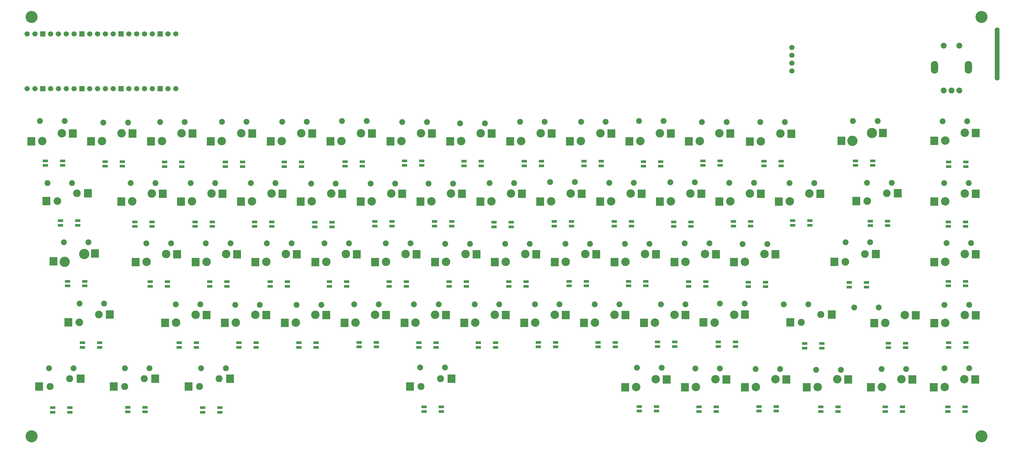
<source format=gbs>
G04 Layer: BottomSolderMaskLayer*
G04 EasyEDA v6.5.48, 2025-03-21 03:43:35*
G04 8df40c406dd64a40a88ac0f89ec13ad7,969951738f564c6b9e5867b4eeab67b3,10*
G04 Gerber Generator version 0.2*
G04 Scale: 100 percent, Rotated: No, Reflected: No *
G04 Dimensions in inches *
G04 leading zeros omitted , absolute positions ,3 integer and 6 decimal *
%FSLAX36Y36*%
%MOIN*%

%AMMACRO1*4,1,8,-0.0323,-0.0181,-0.0335,-0.017,-0.0335,0.017,-0.0323,0.0181,0.0323,0.0181,0.0335,0.017,0.0335,-0.017,0.0323,-0.0181,-0.0323,-0.0181,0*%
%AMMACRO2*4,1,8,-0.05,-0.0522,-0.0512,-0.051,-0.0512,0.051,-0.05,0.0522,0.05,0.0522,0.0512,0.051,0.0512,-0.051,0.05,-0.0522,-0.05,-0.0522,0*%
%AMMACRO3*4,1,8,-0.0323,-0.0335,-0.0335,-0.0323,-0.0335,0.0323,-0.0323,0.0335,0.0323,0.0335,0.0335,0.0323,0.0335,-0.0323,0.0323,-0.0335,-0.0323,-0.0335,0*%
%ADD10C,0.1080*%
%ADD11C,0.0980*%
%ADD12MACRO1*%
%ADD13C,0.0749*%
%ADD14MACRO2*%
%ADD15C,0.1540*%
%ADD16C,0.0900*%
%ADD17C,0.1310*%
%ADD18C,0.0670*%
%ADD19O,0.094551X0.16147999999999998*%
%ADD20MACRO3*%
%ADD21O,0.063055X0.678999*%
%ADD22O,0.0108X0.678999*%

%LPD*%
D10*
G01*
X2055000Y1612300D03*
G01*
X2305000Y1712300D03*
G01*
X1290000Y1612300D03*
G01*
X1540000Y1712300D03*
G01*
X525000Y1612300D03*
G01*
X775000Y1712300D03*
G01*
X12315000Y167300D03*
G01*
X12065000Y67300D03*
G01*
X10685000Y-1432699D03*
G01*
X10435000Y-1532699D03*
G01*
X12315000Y1717300D03*
G01*
X12065000Y1617300D03*
G01*
X12315000Y942300D03*
G01*
X12065000Y842300D03*
G01*
X12315000Y-612699D03*
G01*
X12065000Y-712699D03*
G01*
X12310000Y-1432699D03*
G01*
X12060000Y-1532699D03*
G01*
X11550000Y-612699D03*
G01*
X11300000Y-712699D03*
G01*
X11505000Y-1432699D03*
G01*
X11255000Y-1532699D03*
G01*
X9895000Y-1432699D03*
G01*
X9645000Y-1532699D03*
G01*
X9130000Y-1432699D03*
G01*
X8880000Y-1532699D03*
G01*
X8365000Y-1432699D03*
G01*
X8115000Y-1532699D03*
G01*
X9370000Y-607699D03*
G01*
X9120000Y-707699D03*
G01*
X8605000Y-607699D03*
G01*
X8355000Y-707699D03*
G01*
X7840000Y-607699D03*
G01*
X7590000Y-707699D03*
G01*
X7075000Y-607699D03*
G01*
X6825000Y-707699D03*
G01*
X9755000Y167300D03*
G01*
X9505000Y67300D03*
G01*
X8995000Y167300D03*
G01*
X8745000Y67300D03*
G01*
X8230000Y167300D03*
G01*
X7980000Y67300D03*
G01*
X7465000Y167300D03*
G01*
X7215000Y67300D03*
G01*
X6700000Y167300D03*
G01*
X6450000Y67300D03*
G01*
X10330000Y942300D03*
G01*
X10080000Y842300D03*
G01*
X9570000Y942300D03*
G01*
X9320000Y842300D03*
G01*
X8810000Y942300D03*
G01*
X8560000Y842300D03*
G01*
X8045000Y942300D03*
G01*
X7795000Y842300D03*
G01*
X7280000Y942300D03*
G01*
X7030000Y842300D03*
G01*
X6515000Y942300D03*
G01*
X6265000Y842300D03*
G01*
X6310000Y-607699D03*
G01*
X6060000Y-707699D03*
G01*
X5935000Y167300D03*
G01*
X5685000Y67300D03*
G01*
X5750000Y942300D03*
G01*
X5500000Y842300D03*
G01*
X4985000Y942300D03*
G01*
X4735000Y842300D03*
G01*
X5170000Y167300D03*
G01*
X4920000Y67300D03*
G01*
X5545000Y-607699D03*
G01*
X5295000Y-707699D03*
G01*
X4780000Y-607699D03*
G01*
X4530000Y-707699D03*
G01*
X4015000Y-607699D03*
G01*
X3765000Y-707699D03*
G01*
X3640000Y167300D03*
G01*
X3390000Y67300D03*
G01*
X4405000Y167300D03*
G01*
X4155000Y67300D03*
G01*
X4220000Y942300D03*
G01*
X3970000Y842300D03*
G01*
X3455000Y942300D03*
G01*
X3205000Y842300D03*
G01*
X3250000Y-607699D03*
G01*
X3000000Y-707699D03*
G01*
X2875000Y167300D03*
G01*
X2625000Y67300D03*
G01*
X2690000Y942300D03*
G01*
X2440000Y842300D03*
G01*
X2485000Y-607699D03*
G01*
X2235000Y-707699D03*
G01*
X2110000Y167300D03*
G01*
X1860000Y67300D03*
G01*
X1925000Y942300D03*
G01*
X1675000Y842300D03*
G01*
X6895000Y1712300D03*
G01*
X6645000Y1612300D03*
G01*
X9960000Y1707300D03*
G01*
X9710000Y1607300D03*
G01*
X9180000Y1712300D03*
G01*
X8930000Y1612300D03*
G01*
X8420000Y1712300D03*
G01*
X8170000Y1612300D03*
G01*
X7660000Y1712300D03*
G01*
X7410000Y1612300D03*
G01*
X6130000Y1712300D03*
G01*
X5880000Y1612300D03*
G01*
X5365000Y1712300D03*
G01*
X5115000Y1612300D03*
G01*
X4600000Y1712300D03*
G01*
X4350000Y1612300D03*
G01*
X3835000Y1712300D03*
G01*
X3585000Y1612300D03*
G01*
X3070000Y1712300D03*
G01*
X2820000Y1612300D03*
D11*
G01*
X720000Y845000D03*
G01*
X970000Y945000D03*
D12*
G01*
X1260235Y-965471D03*
G01*
X1260235Y-1024528D03*
G01*
X1039764Y-1024528D03*
G01*
X1039764Y-965471D03*
G01*
X2495236Y-965471D03*
G01*
X2495236Y-1024528D03*
G01*
X2274764Y-1024528D03*
G01*
X2274764Y-965471D03*
G01*
X12325236Y-180471D03*
G01*
X12325236Y-239528D03*
G01*
X12104764Y-239528D03*
G01*
X12104764Y-180471D03*
G01*
X2125236Y-185471D03*
G01*
X2125236Y-244528D03*
G01*
X1904764Y-244528D03*
G01*
X1904764Y-185471D03*
G01*
X1070235Y-180471D03*
G01*
X1070235Y-239528D03*
G01*
X849764Y-239528D03*
G01*
X849764Y-180471D03*
G01*
X12320236Y-1785471D03*
G01*
X12320236Y-1844528D03*
G01*
X12099764Y-1844528D03*
G01*
X12099764Y-1785471D03*
G01*
X11520236Y-1785471D03*
G01*
X11520236Y-1844528D03*
G01*
X11299764Y-1844528D03*
G01*
X11299764Y-1785471D03*
G01*
X10695236Y-1785471D03*
G01*
X10695236Y-1844528D03*
G01*
X10474764Y-1844528D03*
G01*
X10474764Y-1785471D03*
G01*
X9905236Y-1780471D03*
G01*
X9905236Y-1839528D03*
G01*
X9684764Y-1839528D03*
G01*
X9684764Y-1780471D03*
G01*
X9140236Y-1785471D03*
G01*
X9140236Y-1844528D03*
G01*
X8919764Y-1844528D03*
G01*
X8919764Y-1785471D03*
G01*
X8375236Y-1780471D03*
G01*
X8375236Y-1839528D03*
G01*
X8154764Y-1839528D03*
G01*
X8154764Y-1780471D03*
G01*
X5625236Y-1785471D03*
G01*
X5625236Y-1844528D03*
G01*
X5404764Y-1844528D03*
G01*
X5404764Y-1785471D03*
G01*
X2795236Y-1795471D03*
G01*
X2795236Y-1854528D03*
G01*
X2574764Y-1854528D03*
G01*
X2574764Y-1795471D03*
G01*
X1840235Y-1790471D03*
G01*
X1840235Y-1849528D03*
G01*
X1619764Y-1849528D03*
G01*
X1619764Y-1790471D03*
G01*
X880235Y-1795471D03*
G01*
X880235Y-1854528D03*
G01*
X659764Y-1854528D03*
G01*
X659764Y-1795471D03*
G01*
X3260236Y-965471D03*
G01*
X3260236Y-1024528D03*
G01*
X3039764Y-1024528D03*
G01*
X3039764Y-965471D03*
G01*
X4025236Y-965471D03*
G01*
X4025236Y-1024528D03*
G01*
X3804764Y-1024528D03*
G01*
X3804764Y-965471D03*
G01*
X4795236Y-960471D03*
G01*
X4795236Y-1019528D03*
G01*
X4574764Y-1019528D03*
G01*
X4574764Y-960471D03*
G01*
X5560236Y-965471D03*
G01*
X5560236Y-1024528D03*
G01*
X5339764Y-1024528D03*
G01*
X5339764Y-965471D03*
G01*
X6320236Y-965471D03*
G01*
X6320236Y-1024528D03*
G01*
X6099764Y-1024528D03*
G01*
X6099764Y-965471D03*
G01*
X7085236Y-960471D03*
G01*
X7085236Y-1019528D03*
G01*
X6864764Y-1019528D03*
G01*
X6864764Y-960471D03*
G01*
X7850236Y-960471D03*
G01*
X7850236Y-1019528D03*
G01*
X7629764Y-1019528D03*
G01*
X7629764Y-960471D03*
G01*
X8610236Y-955471D03*
G01*
X8610236Y-1014528D03*
G01*
X8389764Y-1014528D03*
G01*
X8389764Y-955471D03*
G01*
X9385236Y-955471D03*
G01*
X9385236Y-1014528D03*
G01*
X9164764Y-1014528D03*
G01*
X9164764Y-955471D03*
G01*
X10490236Y-975471D03*
G01*
X10490236Y-1034528D03*
G01*
X10269764Y-1034528D03*
G01*
X10269764Y-975471D03*
G01*
X11560236Y-970471D03*
G01*
X11560236Y-1029528D03*
G01*
X11339764Y-1029528D03*
G01*
X11339764Y-970471D03*
G01*
X11060236Y-195471D03*
G01*
X11060236Y-254528D03*
G01*
X10839764Y-254528D03*
G01*
X10839764Y-195471D03*
G01*
X9770236Y-190471D03*
G01*
X9770236Y-249528D03*
G01*
X9549764Y-249528D03*
G01*
X9549764Y-190471D03*
G01*
X9005236Y-185471D03*
G01*
X9005236Y-244528D03*
G01*
X8784764Y-244528D03*
G01*
X8784764Y-185471D03*
G01*
X8240236Y-180471D03*
G01*
X8240236Y-239528D03*
G01*
X8019764Y-239528D03*
G01*
X8019764Y-180471D03*
G01*
X7480236Y-180471D03*
G01*
X7480236Y-239528D03*
G01*
X7259764Y-239528D03*
G01*
X7259764Y-180471D03*
G01*
X6710236Y-185471D03*
G01*
X6710236Y-244528D03*
G01*
X6489764Y-244528D03*
G01*
X6489764Y-185471D03*
G01*
X5945236Y-185471D03*
G01*
X5945236Y-244528D03*
G01*
X5724764Y-244528D03*
G01*
X5724764Y-185471D03*
G01*
X5180236Y-185471D03*
G01*
X5180236Y-244528D03*
G01*
X4959764Y-244528D03*
G01*
X4959764Y-185471D03*
G01*
X4415236Y-185471D03*
G01*
X4415236Y-244528D03*
G01*
X4194764Y-244528D03*
G01*
X4194764Y-185471D03*
G01*
X3660236Y-185471D03*
G01*
X3660236Y-244528D03*
G01*
X3439764Y-244528D03*
G01*
X3439764Y-185471D03*
G01*
X2885236Y-185471D03*
G01*
X2885236Y-244528D03*
G01*
X2664764Y-244528D03*
G01*
X2664764Y-185471D03*
G01*
X980235Y594528D03*
G01*
X980235Y535471D03*
G01*
X759764Y535471D03*
G01*
X759764Y594528D03*
G01*
X12330236Y-965471D03*
G01*
X12330236Y-1024528D03*
G01*
X12109764Y-1024528D03*
G01*
X12109764Y-965471D03*
G01*
X1930235Y579528D03*
G01*
X1930235Y520471D03*
G01*
X1709764Y520471D03*
G01*
X1709764Y579528D03*
G01*
X2700236Y579528D03*
G01*
X2700236Y520471D03*
G01*
X2479764Y520471D03*
G01*
X2479764Y579528D03*
G01*
X3460236Y579528D03*
G01*
X3460236Y520471D03*
G01*
X3239764Y520471D03*
G01*
X3239764Y579528D03*
G01*
X4230236Y574528D03*
G01*
X4230236Y515471D03*
G01*
X4009764Y515471D03*
G01*
X4009764Y574528D03*
G01*
X4995236Y584528D03*
G01*
X4995236Y525471D03*
G01*
X4774764Y525471D03*
G01*
X4774764Y584528D03*
G01*
X5760236Y584528D03*
G01*
X5760236Y525471D03*
G01*
X5539764Y525471D03*
G01*
X5539764Y584528D03*
G01*
X6520236Y574528D03*
G01*
X6520236Y515471D03*
G01*
X6299764Y515471D03*
G01*
X6299764Y574528D03*
G01*
X7290236Y584528D03*
G01*
X7290236Y525471D03*
G01*
X7069764Y525471D03*
G01*
X7069764Y584528D03*
G01*
X8055236Y584528D03*
G01*
X8055236Y525471D03*
G01*
X7834764Y525471D03*
G01*
X7834764Y584528D03*
G01*
X8815236Y579528D03*
G01*
X8815236Y520471D03*
G01*
X8594764Y520471D03*
G01*
X8594764Y579528D03*
G01*
X9580236Y584528D03*
G01*
X9580236Y525471D03*
G01*
X9359764Y525471D03*
G01*
X9359764Y584528D03*
G01*
X10335236Y594528D03*
G01*
X10335236Y535471D03*
G01*
X10114764Y535471D03*
G01*
X10114764Y594528D03*
G01*
X11330236Y589528D03*
G01*
X11330236Y530471D03*
G01*
X11109764Y530471D03*
G01*
X11109764Y589528D03*
G01*
X12325236Y579528D03*
G01*
X12325236Y520471D03*
G01*
X12104764Y520471D03*
G01*
X12104764Y579528D03*
G01*
X12330236Y1344528D03*
G01*
X12330236Y1285471D03*
G01*
X12109764Y1285471D03*
G01*
X12109764Y1344528D03*
G01*
X11140236Y1359528D03*
G01*
X11140236Y1300471D03*
G01*
X10919764Y1300471D03*
G01*
X10919764Y1359528D03*
G01*
X9970236Y1354528D03*
G01*
X9970236Y1295471D03*
G01*
X9749764Y1295471D03*
G01*
X9749764Y1354528D03*
G01*
X9190236Y1359528D03*
G01*
X9190236Y1300471D03*
G01*
X8969764Y1300471D03*
G01*
X8969764Y1359528D03*
G01*
X8430236Y1349528D03*
G01*
X8430236Y1290471D03*
G01*
X8209764Y1290471D03*
G01*
X8209764Y1349528D03*
G01*
X7670236Y1354528D03*
G01*
X7670236Y1295471D03*
G01*
X7449764Y1295471D03*
G01*
X7449764Y1354528D03*
G01*
X6905236Y1354528D03*
G01*
X6905236Y1295471D03*
G01*
X6684764Y1295471D03*
G01*
X6684764Y1354528D03*
G01*
X6135236Y1354528D03*
G01*
X6135236Y1295471D03*
G01*
X5914764Y1295471D03*
G01*
X5914764Y1354528D03*
G01*
X5375236Y1359528D03*
G01*
X5375236Y1300471D03*
G01*
X5154764Y1300471D03*
G01*
X5154764Y1359528D03*
G01*
X4615236Y1349528D03*
G01*
X4615236Y1290471D03*
G01*
X4394764Y1290471D03*
G01*
X4394764Y1349528D03*
G01*
X3840236Y1344528D03*
G01*
X3840236Y1285471D03*
G01*
X3619764Y1285471D03*
G01*
X3619764Y1344528D03*
G01*
X3085236Y1344528D03*
G01*
X3085236Y1285471D03*
G01*
X2864764Y1285471D03*
G01*
X2864764Y1344528D03*
G01*
X2310236Y1344528D03*
G01*
X2310236Y1285471D03*
G01*
X2089764Y1285471D03*
G01*
X2089764Y1344528D03*
G01*
X1550235Y1349528D03*
G01*
X1550235Y1290471D03*
G01*
X1329764Y1290471D03*
G01*
X1329764Y1349528D03*
G01*
X785235Y1359528D03*
G01*
X785235Y1300471D03*
G01*
X564764Y1300471D03*
G01*
X564764Y1359528D03*
D13*
G01*
X8747479Y-475000D03*
G01*
X8432520Y-475000D03*
G01*
X7902479Y-475000D03*
G01*
X7587520Y-475000D03*
G01*
X9502479Y-465000D03*
G01*
X9187520Y-465000D03*
G01*
X5592479Y-475000D03*
G01*
X5277520Y-475000D03*
G01*
X4092479Y-480000D03*
G01*
X3777520Y-480000D03*
G01*
X11567479Y-1300000D03*
G01*
X11252520Y-1300000D03*
G01*
X11107479Y320000D03*
G01*
X10792520Y320000D03*
G01*
X9187479Y-1295000D03*
G01*
X8872520Y-1295000D03*
G01*
X2872479Y-1290000D03*
G01*
X2557520Y-1290000D03*
G01*
X10732479Y-1310000D03*
G01*
X10417520Y-1310000D03*
G01*
X927479Y-1290000D03*
G01*
X612519Y-1290000D03*
G01*
X1317479Y-465000D03*
G01*
X1002520Y-465000D03*
G01*
X7137479Y-475000D03*
G01*
X6822520Y-475000D03*
G01*
X6367479Y-475000D03*
G01*
X6052520Y-475000D03*
G01*
X12372479Y-480000D03*
G01*
X12057520Y-480000D03*
G01*
X8442479Y-1285000D03*
G01*
X8127520Y-1285000D03*
G01*
X12372479Y-1290000D03*
G01*
X12057520Y-1290000D03*
G01*
X9957479Y-1300000D03*
G01*
X9642520Y-1300000D03*
G01*
X10317479Y-475000D03*
G01*
X10002520Y-475000D03*
G01*
X5672479Y-1280000D03*
G01*
X5357520Y-1280000D03*
G01*
X11217479Y-515000D03*
G01*
X10902520Y-515000D03*
G01*
X4827479Y-475000D03*
G01*
X4512520Y-475000D03*
G01*
X1897479Y-1290000D03*
G01*
X1582520Y-1290000D03*
G01*
X3307479Y-480000D03*
G01*
X2992520Y-480000D03*
G01*
X2547479Y-475000D03*
G01*
X2232520Y-475000D03*
G01*
X11382479Y1080000D03*
G01*
X11067520Y1080000D03*
G01*
X8467479Y1870000D03*
G01*
X8152520Y1870000D03*
G01*
X3907479Y1860000D03*
G01*
X3592520Y1860000D03*
G01*
X4672479Y1870000D03*
G01*
X4357520Y1870000D03*
G01*
X5442479Y1855000D03*
G01*
X5127520Y1855000D03*
G01*
X6182479Y1840000D03*
G01*
X5867520Y1840000D03*
G01*
X6947479Y1860000D03*
G01*
X6632520Y1860000D03*
G01*
X7727479Y1860000D03*
G01*
X7412520Y1860000D03*
G01*
X12347479Y1865000D03*
G01*
X12032520Y1865000D03*
G01*
X9792479Y295000D03*
G01*
X9477520Y295000D03*
G01*
X10017479Y1855000D03*
G01*
X9702520Y1855000D03*
G01*
X9272479Y1855000D03*
G01*
X8957520Y1855000D03*
G01*
X9052479Y305000D03*
G01*
X8737520Y305000D03*
G01*
X2172479Y305000D03*
G01*
X1857520Y305000D03*
G01*
X11202479Y1870000D03*
G01*
X10887520Y1870000D03*
G01*
X1117479Y320000D03*
G01*
X802520Y320000D03*
G01*
X3712479Y305000D03*
G01*
X3397520Y305000D03*
G01*
X12367479Y1075000D03*
G01*
X12052520Y1075000D03*
G01*
X3507479Y1075000D03*
G01*
X3192520Y1075000D03*
G01*
X812479Y1870000D03*
G01*
X497519Y1870000D03*
G01*
X4447479Y305000D03*
G01*
X4132520Y305000D03*
G01*
X5232479Y305000D03*
G01*
X4917520Y305000D03*
G01*
X5992479Y300000D03*
G01*
X5677520Y300000D03*
G01*
X7332479Y1090000D03*
G01*
X7017520Y1090000D03*
G01*
X6757479Y300000D03*
G01*
X6442520Y300000D03*
G01*
X7527479Y300000D03*
G01*
X7212520Y300000D03*
G01*
X8287479Y300000D03*
G01*
X7972520Y300000D03*
G01*
X8087479Y1080000D03*
G01*
X7772520Y1080000D03*
G01*
X12397479Y310000D03*
G01*
X12082520Y310000D03*
G01*
X8867479Y1085000D03*
G01*
X8552520Y1085000D03*
G01*
X1972479Y1075000D03*
G01*
X1657520Y1075000D03*
G01*
X4277479Y1070000D03*
G01*
X3962520Y1070000D03*
G01*
X2932479Y305000D03*
G01*
X2617520Y305000D03*
G01*
X907479Y1075000D03*
G01*
X592519Y1075000D03*
G01*
X5037479Y1070000D03*
G01*
X4722520Y1070000D03*
G01*
X6557479Y1075000D03*
G01*
X6242520Y1075000D03*
G01*
X2737479Y1075000D03*
G01*
X2422520Y1075000D03*
G01*
X5777479Y1070000D03*
G01*
X5462520Y1070000D03*
G01*
X9622479Y1080000D03*
G01*
X9307520Y1080000D03*
G01*
X10392479Y1075000D03*
G01*
X10077520Y1075000D03*
G01*
X1622479Y1850000D03*
G01*
X1307520Y1850000D03*
G01*
X2347479Y1855000D03*
G01*
X2032520Y1855000D03*
G01*
X3137479Y1860000D03*
G01*
X2822520Y1860000D03*
D14*
G01*
X9365236Y65000D03*
G01*
X9894764Y165000D03*
G01*
X7450236Y-710000D03*
G01*
X7979764Y-610000D03*
G01*
X8215236Y-710000D03*
G01*
X8744764Y-610000D03*
G01*
X8975236Y-705000D03*
G01*
X9504764Y-605000D03*
G01*
X8605236Y65000D03*
G01*
X9134764Y165000D03*
G01*
X1720235Y65000D03*
G01*
X2249764Y165000D03*
G01*
X5155236Y-710000D03*
G01*
X5684764Y-610000D03*
G01*
X3625236Y-710000D03*
G01*
X4154764Y-610000D03*
G01*
X670235Y75000D03*
G01*
X1199764Y175000D03*
G01*
X3250236Y65000D03*
G01*
X3779764Y165000D03*
G01*
X11925236Y840000D03*
G01*
X12454764Y940000D03*
G01*
X11115236Y-1535000D03*
G01*
X11644764Y-1435000D03*
G01*
X11179764Y170000D03*
G01*
X10650236Y70000D03*
G01*
X4015236Y65000D03*
G01*
X4544764Y165000D03*
G01*
X8740236Y-1535000D03*
G01*
X9269764Y-1435000D03*
G01*
X4780236Y65000D03*
G01*
X5309764Y165000D03*
G01*
X5545236Y65000D03*
G01*
X6074764Y165000D03*
G01*
X6310236Y65000D03*
G01*
X6839764Y165000D03*
G01*
X7075236Y65000D03*
G01*
X7604764Y165000D03*
G01*
X7840236Y65000D03*
G01*
X8369764Y165000D03*
G01*
X2395236Y-1525000D03*
G01*
X2924764Y-1425000D03*
G01*
X10295236Y-1535000D03*
G01*
X10824764Y-1435000D03*
G01*
X485235Y-1525000D03*
G01*
X1014764Y-1425000D03*
G01*
X860235Y-705000D03*
G01*
X1389764Y-605000D03*
G01*
X6685236Y-710000D03*
G01*
X7214764Y-610000D03*
G01*
X5920236Y-710000D03*
G01*
X6449764Y-610000D03*
G01*
X11925236Y-715000D03*
G01*
X12454764Y-615000D03*
G01*
X11925236Y65000D03*
G01*
X12454764Y165000D03*
G01*
X7975236Y-1535000D03*
G01*
X8504764Y-1435000D03*
G01*
X11920236Y-1535000D03*
G01*
X12449764Y-1435000D03*
G01*
X9505236Y-1535000D03*
G01*
X10034764Y-1435000D03*
G01*
X10085236Y-705000D03*
G01*
X10614764Y-605000D03*
G01*
X2485236Y65000D03*
G01*
X3014764Y165000D03*
G01*
X5225236Y-1525000D03*
G01*
X5754764Y-1425000D03*
G01*
X11160236Y-715000D03*
G01*
X11689764Y-615000D03*
G01*
X4390236Y-710000D03*
G01*
X4919764Y-610000D03*
G01*
X1440235Y-1525000D03*
G01*
X1969764Y-1425000D03*
G01*
X2860236Y-710000D03*
G01*
X3389764Y-610000D03*
G01*
X2095235Y-710000D03*
G01*
X2624764Y-610000D03*
G01*
X10930236Y845000D03*
G01*
X11459764Y945000D03*
G01*
X9940236Y840000D03*
G01*
X10469764Y940000D03*
G01*
X8030236Y1610000D03*
G01*
X8559764Y1710000D03*
G01*
X1150235Y1610000D03*
G01*
X1679764Y1710000D03*
G01*
X1915235Y1610000D03*
G01*
X2444764Y1710000D03*
G01*
X2680236Y1610000D03*
G01*
X3209764Y1710000D03*
G01*
X3445236Y1610000D03*
G01*
X3974764Y1710000D03*
G01*
X4210236Y1610000D03*
G01*
X4739764Y1710000D03*
G01*
X4975236Y1610000D03*
G01*
X5504764Y1710000D03*
G01*
X5740236Y1610000D03*
G01*
X6269764Y1710000D03*
G01*
X6505236Y1610000D03*
G01*
X7034764Y1710000D03*
G01*
X7270236Y1610000D03*
G01*
X7799764Y1710000D03*
G01*
X11925236Y1615000D03*
G01*
X12454764Y1715000D03*
G01*
X9570236Y1605000D03*
G01*
X10099764Y1705000D03*
G01*
X8790236Y1610000D03*
G01*
X9319764Y1710000D03*
G01*
X10740236Y1615000D03*
G01*
X11269764Y1715000D03*
G01*
X3065236Y840000D03*
G01*
X3594764Y940000D03*
G01*
X385235Y1610000D03*
G01*
X914764Y1710000D03*
G01*
X6890236Y840000D03*
G01*
X7419764Y940000D03*
G01*
X7655236Y840000D03*
G01*
X8184764Y940000D03*
G01*
X8420236Y840000D03*
G01*
X8949764Y940000D03*
G01*
X1535235Y840000D03*
G01*
X2064764Y940000D03*
G01*
X3830236Y840000D03*
G01*
X4359764Y940000D03*
G01*
X4595236Y840000D03*
G01*
X5124764Y940000D03*
G01*
X580235Y845000D03*
G01*
X1109764Y945000D03*
G01*
X6125236Y840000D03*
G01*
X6654764Y940000D03*
G01*
X2300236Y840000D03*
G01*
X2829764Y940000D03*
G01*
X5360236Y840000D03*
G01*
X5889764Y940000D03*
G01*
X9180236Y840000D03*
G01*
X9709764Y940000D03*
D15*
G01*
X390000Y3200000D03*
G01*
X12530000Y3200000D03*
G01*
X390000Y-2160000D03*
G01*
X12530000Y-2160000D03*
D16*
G01*
X625000Y-1525000D03*
G01*
X875000Y-1425000D03*
G01*
X1580000Y-1525000D03*
G01*
X1830000Y-1425000D03*
G01*
X2535000Y-1525000D03*
G01*
X2785000Y-1425000D03*
D11*
G01*
X1000000Y-705000D03*
G01*
X1250000Y-605000D03*
D17*
G01*
X811499Y70000D03*
G01*
X1061499Y170000D03*
G01*
X10880000Y1615000D03*
G01*
X11130000Y1715000D03*
D11*
G01*
X10790000Y70000D03*
G01*
X11040000Y170000D03*
G01*
X11070000Y845000D03*
G01*
X11320000Y945000D03*
D18*
G01*
X10105000Y2510000D03*
G01*
X10105000Y2610000D03*
G01*
X10105000Y2710000D03*
G01*
X10105000Y2810000D03*
D13*
G01*
X12044989Y2259560D03*
G01*
X12144989Y2259560D03*
G01*
X12244989Y2259560D03*
G01*
X12044989Y2830430D03*
G01*
X12244989Y2830430D03*
D19*
G01*
X12361530Y2554839D03*
G01*
X11928459Y2554839D03*
D16*
G01*
X5365000Y-1525000D03*
G01*
X5615000Y-1425000D03*
G01*
X10225000Y-705000D03*
G01*
X10475000Y-605000D03*
D18*
G01*
X2231059Y2283389D03*
G01*
X2131059Y2283389D03*
D20*
G01*
X2031064Y2283386D03*
D18*
G01*
X1931059Y2283389D03*
G01*
X1831059Y2283389D03*
G01*
X1731059Y2283389D03*
G01*
X1631059Y2283389D03*
D20*
G01*
X1531065Y2283386D03*
D18*
G01*
X1431069Y2283389D03*
G01*
X1331069Y2283389D03*
G01*
X331069Y2283389D03*
G01*
X431069Y2283389D03*
D20*
G01*
X531066Y2283386D03*
D18*
G01*
X631069Y2283389D03*
G01*
X731069Y2283389D03*
G01*
X831069Y2283389D03*
G01*
X931069Y2283389D03*
D20*
G01*
X1031065Y2283386D03*
D18*
G01*
X1131069Y2283389D03*
G01*
X1231069Y2283389D03*
G01*
X1231069Y2983380D03*
G01*
X1131069Y2983380D03*
D20*
G01*
X1031065Y2983384D03*
D18*
G01*
X931069Y2983380D03*
G01*
X831069Y2983380D03*
G01*
X731069Y2983380D03*
G01*
X631069Y2983380D03*
D20*
G01*
X531066Y2983384D03*
D18*
G01*
X431069Y2983380D03*
G01*
X331069Y2983380D03*
G01*
X1331069Y2983380D03*
G01*
X1431069Y2983380D03*
D20*
G01*
X1531065Y2983384D03*
D18*
G01*
X1631059Y2983380D03*
G01*
X1731059Y2983380D03*
G01*
X1831059Y2983380D03*
G01*
X1931059Y2983380D03*
D20*
G01*
X2031064Y2983384D03*
D18*
G01*
X2131059Y2983380D03*
G01*
X2231059Y2983380D03*
D21*
G01*
X12730000Y2725000D03*
M02*

</source>
